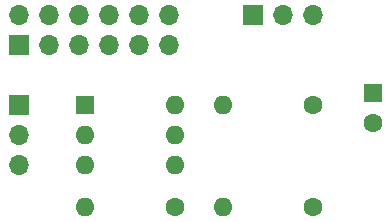
<source format=gbr>
%TF.GenerationSoftware,KiCad,Pcbnew,6.0.4-1.fc35*%
%TF.CreationDate,2022-05-01T22:12:08+02:00*%
%TF.ProjectId,raspi_water_counter,72617370-695f-4776-9174-65725f636f75,rev?*%
%TF.SameCoordinates,Original*%
%TF.FileFunction,Soldermask,Bot*%
%TF.FilePolarity,Negative*%
%FSLAX46Y46*%
G04 Gerber Fmt 4.6, Leading zero omitted, Abs format (unit mm)*
G04 Created by KiCad (PCBNEW 6.0.4-1.fc35) date 2022-05-01 22:12:08*
%MOMM*%
%LPD*%
G01*
G04 APERTURE LIST*
%ADD10R,1.700000X1.700000*%
%ADD11O,1.700000X1.700000*%
%ADD12C,1.600000*%
%ADD13O,1.600000X1.600000*%
%ADD14R,1.600000X1.600000*%
G04 APERTURE END LIST*
D10*
%TO.C,J1*%
X112268000Y-56388000D03*
D11*
X112268000Y-58928000D03*
X112268000Y-61468000D03*
%TD*%
D10*
%TO.C,J3*%
X132080000Y-48768000D03*
D11*
X134620000Y-48768000D03*
X137160000Y-48768000D03*
%TD*%
D12*
%TO.C,R3*%
X137160000Y-56388000D03*
D13*
X129540000Y-56388000D03*
%TD*%
D14*
%TO.C,U1*%
X117856000Y-56388000D03*
D13*
X117856000Y-58928000D03*
X117856000Y-61468000D03*
X125476000Y-61468000D03*
X125476000Y-58928000D03*
X125476000Y-56388000D03*
%TD*%
D12*
%TO.C,R1*%
X125476000Y-65024000D03*
D13*
X117856000Y-65024000D03*
%TD*%
D12*
%TO.C,R2*%
X137160000Y-65024000D03*
D13*
X129540000Y-65024000D03*
%TD*%
D14*
%TO.C,C1*%
X142240000Y-55372000D03*
D12*
X142240000Y-57872000D03*
%TD*%
D10*
%TO.C,J2*%
X112268000Y-51308000D03*
D11*
X112268000Y-48768000D03*
X114808000Y-51308000D03*
X114808000Y-48768000D03*
X117348000Y-51308000D03*
X117348000Y-48768000D03*
X119888000Y-51308000D03*
X119888000Y-48768000D03*
X122428000Y-51308000D03*
X122428000Y-48768000D03*
X124968000Y-51308000D03*
X124968000Y-48768000D03*
%TD*%
M02*

</source>
